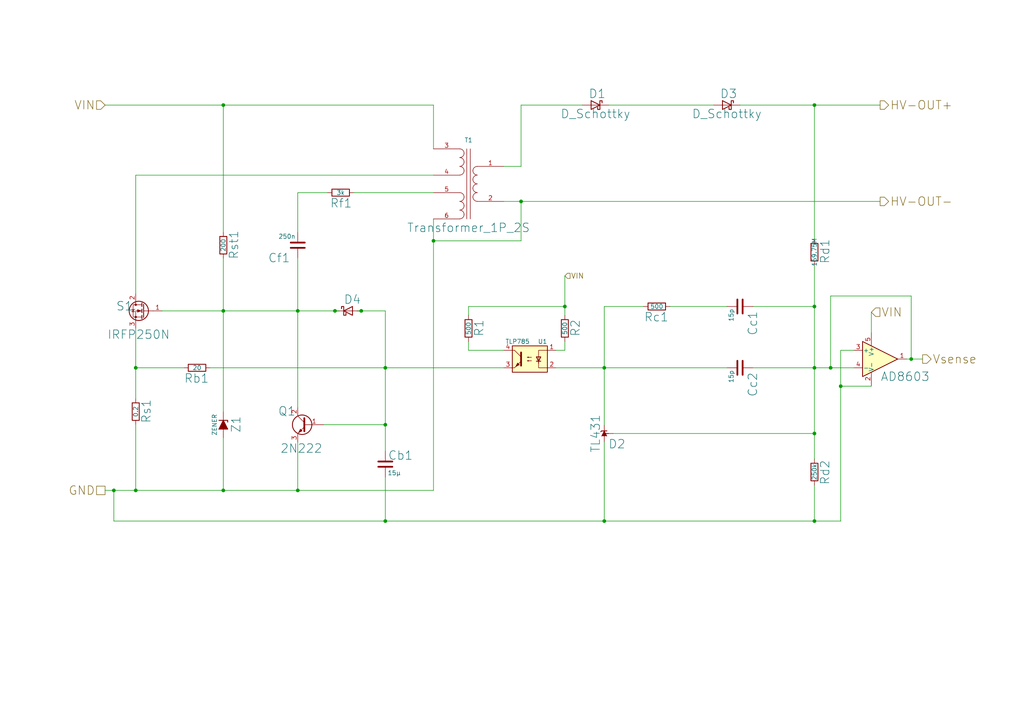
<source format=kicad_sch>
(kicad_sch (version 20231120) (generator "eeschema") (generator_version "8.0")
  (paper "A4")
  (title_block (title "Charging Circuit") (date "2017-05-30") (rev "0.2") (comment 1 "This circuit charges the capacitor."))
  (lib_symbols
    (symbol "Amplifier_Operational:AD8603" (pin_names (offset 0.127))
      (property "Reference" "U" (at 0 5.08 0))
      (property "Value" "AD8603" (at 0 -5.08 0))
      (symbol "AD8603_0_1"
        (polyline (pts (xy -5.08 5.08) (xy 5.08 0) (xy -5.08 -5.08) (xy -5.08 5.08)) (stroke (width 0.254)) (fill (type background)))
        (pin power_in line (at -2.54 -7.62 90) (length 3.81) (name "V-") (number "2"))
        (pin power_in line (at -2.54 7.62 270) (length 3.81) (name "V+") (number "5"))
      )
      (symbol "AD8603_1_1"
        (pin output line (at 7.62 0 180) (length 2.54) (name "~") (number "1"))
        (pin input line (at -7.62 2.54 0) (length 2.54) (name "+") (number "3"))
        (pin input line (at -7.62 -2.54 0) (length 2.54) (name "-") (number "4"))
      )
    )
    (symbol "Device:C" (pin_numbers hide) (pin_names (offset 0.254))
      (property "Reference" "C" (at 0.635 2.54 0))
      (property "Value" "C" (at 0.635 -2.54 0))
      (symbol "C_0_1"
        (polyline (pts (xy -2.032 -0.762) (xy 2.032 -0.762)) (stroke (width 0.508)))
        (polyline (pts (xy -2.032 0.762) (xy 2.032 0.762)) (stroke (width 0.508)))
      )
      (symbol "C_1_1"
        (pin passive line (at 0 3.81 270) (length 2.794) (name "~") (number "1"))
        (pin passive line (at 0 -3.81 90) (length 2.794) (name "~") (number "2"))
      )
    )
    (symbol "Device:D_Schottky" (pin_numbers hide) (pin_names (offset 1.016) hide)
      (property "Reference" "D" (at 0 2.54 0))
      (property "Value" "D_Schottky" (at 0 -2.54 0))
      (symbol "D_Schottky_0_1"
        (polyline (pts (xy 1.27 0) (xy -1.27 0)))
        (polyline (pts (xy 1.27 1.27) (xy 1.27 -1.27) (xy -1.27 0) (xy 1.27 1.27)) (stroke (width 0.254)))
        (polyline (pts (xy -1.905 0.635) (xy -1.905 1.27) (xy -1.27 1.27) (xy -1.27 -1.27) (xy -0.635 -1.27) (xy -0.635 -0.635)) (stroke (width 0.254)))
      )
      (symbol "D_Schottky_1_1"
        (pin passive line (at -3.81 0 0) (length 2.54) (name "K") (number "1"))
        (pin passive line (at 3.81 0 180) (length 2.54) (name "A") (number "2"))
      )
    )
    (symbol "Device:D_Zener_Filled" (pin_numbers hide) (pin_names (offset 1.016) hide)
      (property "Reference" "D" (at 0 2.54 0))
      (property "Value" "D_Zener_Filled" (at 0 -2.54 0))
      (symbol "D_Zener_Filled_0_1"
        (polyline (pts (xy 1.27 0) (xy -1.27 0)))
        (polyline (pts (xy -1.27 -1.27) (xy -1.27 1.27) (xy -0.762 1.27)) (stroke (width 0.254)))
        (polyline (pts (xy 1.27 -1.27) (xy 1.27 1.27) (xy -1.27 0) (xy 1.27 -1.27)) (stroke (width 0.254)) (fill (type outline)))
      )
      (symbol "D_Zener_Filled_1_1"
        (pin passive line (at -3.81 0 0) (length 2.54) (name "K") (number "1"))
        (pin passive line (at 3.81 0 180) (length 2.54) (name "A") (number "2"))
      )
    )
    (symbol "Device:Q_NPN_BCE" (pin_names (offset 0) hide)
      (property "Reference" "Q" (at 5.08 1.27 0))
      (property "Value" "Q_NPN_BCE" (at 5.08 -1.27 0))
      (symbol "Q_NPN_BCE_0_1"
        (polyline (pts (xy 0.635 0.635) (xy 2.54 2.54)))
        (polyline (pts (xy 0.635 -0.635) (xy 2.54 -2.54) (xy 2.54 -2.54)))
        (polyline (pts (xy 0.635 1.905) (xy 0.635 -1.905) (xy 0.635 -1.905)) (stroke (width 0.508)))
        (polyline (pts (xy 1.27 -1.778) (xy 1.778 -1.27) (xy 2.286 -2.286) (xy 1.27 -1.778) (xy 1.27 -1.778)) (fill (type outline)))
        (circle (center 1.27 0) (radius 2.8194) (stroke (width 0.254)))
      )
      (symbol "Q_NPN_BCE_1_1"
        (pin input line (at -5.08 0 0) (length 5.715) (name "B") (number "1"))
        (pin passive line (at 2.54 5.08 270) (length 2.54) (name "C") (number "2"))
        (pin passive line (at 2.54 -5.08 90) (length 2.54) (name "E") (number "3"))
      )
    )
    (symbol "Device:R" (pin_numbers hide) (pin_names (offset 0))
      (property "Reference" "R" (at 2.032 0 90))
      (property "Value" "R" (at 0 0 90))
      (symbol "R_0_1"
        (rectangle (start -1.016 -2.54) (end 1.016 2.54) (stroke (width 0.254)))
      )
      (symbol "R_1_1"
        (pin passive line (at 0 3.81 270) (length 1.27) (name "~") (number "1"))
        (pin passive line (at 0 -3.81 90) (length 1.27) (name "~") (number "2"))
      )
    )
    (symbol "Device:Transformer_1P_2S" (pin_names (offset 1.016) hide)
      (property "Reference" "T" (at 0 12.7 0))
      (property "Value" "Transformer_1P_2S" (at 0 -12.7 0))
      (symbol "Transformer_1P_2S_0_1"
        (arc (start -2.54 -5.0546) (mid -1.6599 -4.6901) (end -1.27 -3.81))
        (arc (start -2.54 -2.5146) (mid -1.6599 -2.1501) (end -1.27 -1.27))
        (arc (start -2.54 0.0254) (mid -1.6599 0.3899) (end -1.27 1.27))
        (arc (start -2.54 2.5654) (mid -1.6599 2.9299) (end -1.27 3.81))
        (arc (start -1.27 -3.81) (mid -1.642 -2.912) (end -2.54 -2.54))
        (arc (start -1.27 -1.27) (mid -1.642 -0.372) (end -2.54 0))
        (arc (start -1.27 1.27) (mid -1.642 2.168) (end -2.54 2.54))
        (arc (start -1.27 3.81) (mid -1.642 4.708) (end -2.54 5.08))
        (polyline (pts (xy -0.508 -10.16) (xy -0.508 10.16)))
        (polyline (pts (xy 0.508 10.16) (xy 0.508 -10.16)))
        (arc (start 1.2954 -8.89) (mid 1.6599 -9.7701) (end 2.54 -10.1346))
        (arc (start 1.2954 -6.35) (mid 1.6599 -7.2301) (end 2.54 -7.5946))
        (arc (start 1.2954 -3.81) (mid 1.6599 -4.6901) (end 2.54 -5.0546))
        (arc (start 1.2954 3.81) (mid 1.6599 2.9299) (end 2.54 2.5654))
        (arc (start 1.2954 6.35) (mid 1.6599 5.4699) (end 2.54 5.1054))
        (arc (start 1.2954 8.89) (mid 1.6599 8.0099) (end 2.54 7.6454))
        (arc (start 2.54 -7.62) (mid 1.642 -7.992) (end 1.2954 -8.89))
        (arc (start 2.54 -5.08) (mid 1.642 -5.452) (end 1.2954 -6.35))
        (arc (start 2.54 -2.54) (mid 1.642 -2.912) (end 1.2954 -3.81))
        (arc (start 2.54 5.08) (mid 1.642 4.708) (end 1.2954 3.81))
        (arc (start 2.54 7.62) (mid 1.642 7.248) (end 1.2954 6.35))
        (arc (start 2.54 10.16) (mid 1.642 9.788) (end 1.2954 8.89))
      )
      (symbol "Transformer_1P_2S_1_1"
        (pin passive line (at -10.16 5.08 0) (length 7.62) (name "AA") (number "1"))
        (pin passive line (at -10.16 -5.08 0) (length 7.62) (name "AB") (number "2"))
        (pin passive line (at 10.16 10.16 180) (length 7.62) (name "SA") (number "3"))
        (pin passive line (at 10.16 2.54 180) (length 7.62) (name "SB") (number "4"))
        (pin passive line (at 10.16 -2.54 180) (length 7.62) (name "SC") (number "5"))
        (pin passive line (at 10.16 -10.16 180) (length 7.62) (name "SD") (number "6"))
      )
    )
    (symbol "Isolator:TLP785" (pin_names (offset 1.016))
      (property "Reference" "U" (at -5.08 5.08 0))
      (property "Value" "TLP785" (at 0 5.08 0))
      (symbol "TLP785_0_1"
        (rectangle (start -5.08 3.81) (end 5.08 -3.81) (stroke (width 0.254)) (fill (type background)))
        (polyline (pts (xy -3.175 -0.635) (xy -1.905 -0.635)) (stroke (width 0.254)))
        (polyline (pts (xy 2.54 0.635) (xy 4.445 2.54)))
        (polyline (pts (xy 4.445 -2.54) (xy 2.54 -0.635)) (fill (type outline)))
        (polyline (pts (xy 4.445 -2.54) (xy 5.08 -2.54)))
        (polyline (pts (xy 4.445 2.54) (xy 5.08 2.54)))
        (polyline (pts (xy -2.54 -0.635) (xy -2.54 -2.54) (xy -5.08 -2.54)))
        (polyline (pts (xy 2.54 1.905) (xy 2.54 -1.905) (xy 2.54 -1.905)) (stroke (width 0.508)))
        (polyline (pts (xy -5.08 2.54) (xy -2.54 2.54) (xy -2.54 -1.27) (xy -2.54 0.635)))
        (polyline (pts (xy -2.54 -0.635) (xy -3.175 0.635) (xy -1.905 0.635) (xy -2.54 -0.635)) (stroke (width 0.254)))
        (polyline (pts (xy -0.508 -0.508) (xy 0.762 -0.508) (xy 0.381 -0.635) (xy 0.381 -0.381) (xy 0.762 -0.508)))
        (polyline (pts (xy -0.508 0.508) (xy 0.762 0.508) (xy 0.381 0.381) (xy 0.381 0.635) (xy 0.762 0.508)))
        (polyline (pts (xy 3.048 -1.651) (xy 3.556 -1.143) (xy 4.064 -2.159) (xy 3.048 -1.651) (xy 3.048 -1.651)) (fill (type outline)))
      )
      (symbol "TLP785_1_1"
        (pin passive line (at -7.62 2.54 0) (length 2.54) (name "~") (number "1"))
        (pin passive line (at -7.62 -2.54 0) (length 2.54) (name "~") (number "2"))
        (pin passive line (at 7.62 -2.54 180) (length 2.54) (name "~") (number "3"))
        (pin passive line (at 7.62 2.54 180) (length 2.54) (name "~") (number "4"))
      )
    )
    (symbol "Reference_Voltage:TL431D" (pin_numbers hide) (pin_names hide)
      (property "Reference" "U" (at 0 -2.54 0))
      (property "Value" "TL431D" (at 0 -4.445 0))
      (symbol "TL431D_0_1"
        (polyline (pts (xy -1.27 0) (xy 0 0) (xy 1.27 0)))
        (polyline (pts (xy -0.762 0.762) (xy 0.762 0) (xy -0.762 -0.762)) (fill (type outline)))
        (polyline (pts (xy 0.508 -1.016) (xy 0.762 -0.762) (xy 0.762 0.762) (xy 0.762 0.762)) (stroke (width 0.254)))
      )
      (symbol "TL431D_1_1"
        (polyline (pts (xy 0 1.27) (xy 0 0)))
        (pin passive line (at 2.54 0 180) (length 2.54) (name "K") (number "1"))
        (pin passive line (at -2.54 0 0) (length 2.54) (name "A") (number "2"))
        (pin passive line (at -2.54 0 0) (length 2.54) hide (name "A") (number "3"))
        (pin passive line (at -2.54 0 0) (length 2.54) hide (name "A") (number "6"))
        (pin passive line (at -2.54 0 0) (length 2.54) hide (name "A") (number "7"))
        (pin passive line (at 0 2.54 270) (length 2.54) (name "REF") (number "8"))
      )
    )
    (symbol "Transistor_FET:IRFP4468PbF" (pin_names hide)
      (property "Reference" "Q" (at 5.08 1.905 0))
      (property "Value" "IRFP4468PbF" (at 5.08 0 0))
      (symbol "IRFP4468PbF_0_1"
        (polyline (pts (xy 0.254 0) (xy -2.54 0)))
        (polyline (pts (xy 0.254 1.905) (xy 0.254 -1.905)) (stroke (width 0.254)))
        (polyline (pts (xy 0.762 -1.27) (xy 0.762 -2.286)) (stroke (width 0.254)))
        (polyline (pts (xy 0.762 0.508) (xy 0.762 -0.508)) (stroke (width 0.254)))
        (polyline (pts (xy 0.762 2.286) (xy 0.762 1.27)) (stroke (width 0.254)))
        (polyline (pts (xy 2.54 2.54) (xy 2.54 1.778)))
        (polyline (pts (xy 2.54 -2.54) (xy 2.54 0) (xy 0.762 0)))
        (polyline (pts (xy 0.762 -1.778) (xy 3.302 -1.778) (xy 3.302 1.778) (xy 0.762 1.778)))
        (polyline (pts (xy 1.016 0) (xy 2.032 0.381) (xy 2.032 -0.381) (xy 1.016 0)) (fill (type outline)))
        (polyline (pts (xy 2.794 0.508) (xy 2.921 0.381) (xy 3.683 0.381) (xy 3.81 0.254)))
        (polyline (pts (xy 3.302 0.381) (xy 2.921 -0.254) (xy 3.683 -0.254) (xy 3.302 0.381)))
        (circle (center 1.651 0) (radius 2.794) (stroke (width 0.254)))
        (circle (center 2.54 -1.778) (radius 0.254) (fill (type outline)))
        (circle (center 2.54 1.778) (radius 0.254) (fill (type outline)))
      )
      (symbol "IRFP4468PbF_1_1"
        (pin input line (at -5.08 0 0) (length 2.54) (name "G") (number "1"))
        (pin passive line (at 2.54 5.08 270) (length 2.54) (name "D") (number "2"))
        (pin passive line (at 2.54 -5.08 90) (length 2.54) (name "S") (number "3"))
      )
    )
  )
  (junction (at 240.919 106.68))
  (junction (at 236.22 88.9))
  (junction (at 97.155 90.17))
  (junction (at 125.73 69.85))
  (junction (at 111.76 151.13))
  (junction (at 104.775 90.17))
  (junction (at 264.287 104.14))
  (junction (at 236.22 125.73))
  (junction (at 111.76 106.68))
  (junction (at 175.26 151.13))
  (junction (at 236.22 30.48))
  (junction (at 111.76 123.19))
  (junction (at 163.83 88.9))
  (junction (at 64.77 30.48))
  (junction (at 175.26 106.68))
  (junction (at 64.77 142.24))
  (junction (at 236.22 151.13))
  (junction (at 151.13 58.42))
  (junction (at 86.36 90.17))
  (junction (at 86.36 142.24))
  (junction (at 33.02 142.24))
  (junction (at 236.22 106.68))
  (junction (at 243.84 112.014))
  (junction (at 39.37 106.68))
  (junction (at 39.37 142.24))
  (junction (at 64.77 90.17))
  (wire (pts (xy 151.13 48.26) (xy 151.13 30.48)))
  (wire (pts (xy 151.13 30.48) (xy 168.91 30.48)))
  (wire (pts (xy 60.96 106.68) (xy 111.76 106.68)))
  (wire (pts (xy 264.287 85.852) (xy 264.287 104.14)))
  (wire (pts (xy 243.84 112.014) (xy 252.73 112.014)))
  (wire (pts (xy 46.99 90.17) (xy 64.77 90.17)))
  (wire (pts (xy 33.02 151.13) (xy 111.76 151.13)))
  (wire (pts (xy 218.44 106.68) (xy 236.22 106.68)))
  (wire (pts (xy 64.77 67.31) (xy 64.77 30.48)))
  (wire (pts (xy 39.37 50.8) (xy 39.37 85.09)))
  (wire (pts (xy 39.37 95.25) (xy 39.37 106.68)))
  (wire (pts (xy 102.616 55.88) (xy 125.73 55.88)))
  (wire (pts (xy 64.77 142.24) (xy 86.36 142.24)))
  (wire (pts (xy 64.77 30.48) (xy 125.73 30.48)))
  (wire (pts (xy 125.73 69.85) (xy 125.73 63.5)))
  (wire (pts (xy 146.05 48.26) (xy 151.13 48.26)))
  (wire (pts (xy 236.22 30.48) (xy 255.27 30.48)))
  (wire (pts (xy 176.53 30.48) (xy 207.01 30.48)))
  (wire (pts (xy 111.76 151.13) (xy 175.26 151.13)))
  (wire (pts (xy 39.37 50.8) (xy 125.73 50.8)))
  (wire (pts (xy 111.76 106.68) (xy 111.76 123.19)))
  (wire (pts (xy 236.22 125.73) (xy 236.22 133.096)))
  (wire (pts (xy 86.36 142.24) (xy 86.36 128.27)))
  (wire (pts (xy 125.73 142.24) (xy 125.73 69.85)))
  (wire (pts (xy 97.155 90.17) (xy 98.425 90.17)))
  (wire (pts (xy 39.37 106.68) (xy 39.37 115.57)))
  (wire (pts (xy 111.76 123.19) (xy 93.98 123.19)))
  (wire (pts (xy 103.505 90.17) (xy 104.775 90.17)))
  (wire (pts (xy 86.36 90.17) (xy 97.155 90.17)))
  (wire (pts (xy 86.36 142.24) (xy 125.73 142.24)))
  (wire (pts (xy 252.73 90.551) (xy 252.73 96.52)))
  (wire (pts (xy 146.05 58.42) (xy 151.13 58.42)))
  (wire (pts (xy 163.83 99.06) (xy 163.83 101.6)))
  (wire (pts (xy 194.31 88.9) (xy 210.82 88.9)))
  (wire (pts (xy 33.02 142.24) (xy 33.02 151.13)))
  (wire (pts (xy 163.83 101.6) (xy 161.29 101.6)))
  (wire (pts (xy 135.89 88.9) (xy 163.83 88.9)))
  (wire (pts (xy 243.84 112.014) (xy 243.84 151.13)))
  (wire (pts (xy 33.02 142.24) (xy 39.37 142.24)))
  (wire (pts (xy 135.89 99.06) (xy 135.89 101.6)))
  (wire (pts (xy 236.22 151.13) (xy 236.22 140.716)))
  (wire (pts (xy 218.44 88.9) (xy 236.22 88.9)))
  (wire (pts (xy 64.77 90.17) (xy 64.77 119.38)))
  (wire (pts (xy 135.89 101.6) (xy 146.05 101.6)))
  (wire (pts (xy 175.26 151.13) (xy 236.22 151.13)))
  (wire (pts (xy 240.919 106.68) (xy 247.65 106.68)))
  (wire (pts (xy 39.37 142.24) (xy 64.77 142.24)))
  (wire (pts (xy 111.76 90.17) (xy 111.76 106.68)))
  (wire (pts (xy 111.76 138.43) (xy 111.76 151.13)))
  (wire (pts (xy 125.73 69.85) (xy 151.13 69.85)))
  (wire (pts (xy 64.77 90.17) (xy 86.36 90.17)))
  (wire (pts (xy 163.83 80.01) (xy 163.83 88.9)))
  (wire (pts (xy 236.22 76.962) (xy 236.22 88.9)))
  (wire (pts (xy 86.36 74.93) (xy 86.36 90.17)))
  (wire (pts (xy 111.76 123.19) (xy 111.76 130.81)))
  (wire (pts (xy 30.48 30.48) (xy 64.77 30.48)))
  (wire (pts (xy 264.287 104.14) (xy 267.589 104.14)))
  (wire (pts (xy 252.73 112.014) (xy 252.73 111.76)))
  (wire (pts (xy 214.63 30.48) (xy 236.22 30.48)))
  (wire (pts (xy 175.26 128.27) (xy 175.26 151.13)))
  (wire (pts (xy 125.73 30.48) (xy 125.73 43.18)))
  (wire (pts (xy 236.22 88.9) (xy 236.22 106.68)))
  (wire (pts (xy 135.89 91.44) (xy 135.89 88.9)))
  (wire (pts (xy 86.36 55.88) (xy 86.36 67.31)))
  (wire (pts (xy 175.26 88.9) (xy 175.26 106.68)))
  (wire (pts (xy 243.84 101.6) (xy 243.84 112.014)))
  (wire (pts (xy 86.36 90.17) (xy 86.36 118.11)))
  (wire (pts (xy 240.919 85.852) (xy 264.287 85.852)))
  (wire (pts (xy 104.775 90.17) (xy 111.76 90.17)))
  (wire (pts (xy 163.83 88.9) (xy 163.83 91.44)))
  (wire (pts (xy 161.29 106.68) (xy 175.26 106.68)))
  (wire (pts (xy 151.13 58.42) (xy 255.27 58.42)))
  (wire (pts (xy 64.77 74.93) (xy 64.77 90.17)))
  (wire (pts (xy 175.26 88.9) (xy 186.69 88.9)))
  (wire (pts (xy 94.996 55.88) (xy 86.36 55.88)))
  (wire (pts (xy 236.22 106.68) (xy 240.919 106.68)))
  (wire (pts (xy 39.37 106.68) (xy 53.34 106.68)))
  (wire (pts (xy 247.65 101.6) (xy 243.84 101.6)))
  (wire (pts (xy 39.37 142.24) (xy 39.37 123.19)))
  (wire (pts (xy 64.77 127) (xy 64.77 142.24)))
  (wire (pts (xy 236.22 151.13) (xy 243.84 151.13)))
  (wire (pts (xy 175.26 106.68) (xy 210.82 106.68)))
  (wire (pts (xy 30.48 142.24) (xy 33.02 142.24)))
  (wire (pts (xy 111.76 106.68) (xy 146.05 106.68)))
  (wire (pts (xy 236.22 30.48) (xy 236.22 69.342)))
  (wire (pts (xy 177.8 125.73) (xy 236.22 125.73)))
  (wire (pts (xy 240.919 106.68) (xy 240.919 85.852)))
  (wire (pts (xy 175.26 106.68) (xy 175.26 123.19)))
  (wire (pts (xy 236.22 106.68) (xy 236.22 125.73)))
  (wire (pts (xy 262.89 104.14) (xy 264.287 104.14)))
  (wire (pts (xy 151.13 69.85) (xy 151.13 58.42)))
  (hierarchical_label "HV-OUT-" (shape output) (at 255.27 58.42 0) (effects (font (size 2.4892 2.4892))))
  (hierarchical_label "VIN" (shape input) (at 252.73 90.551 0) (effects (font (size 2.4892 2.4892))))
  (hierarchical_label "Vsense" (shape output) (at 267.589 104.14 0) (effects (font (size 2.4892 2.4892))))
  (hierarchical_label "VIN" (shape input) (at 30.48 30.48 180) (effects (font (size 2.4892 2.4892))))
  (hierarchical_label "VIN" (shape input) (at 163.83 80.01 0) (effects (font (size 1.524 1.524))))
  (hierarchical_label "HV-OUT+" (shape output) (at 255.27 30.48 0) (effects (font (size 2.4892 2.4892))))
  (hierarchical_label "GND" (shape passive) (at 30.48 142.24 180) (effects (font (size 2.4892 2.4892))))
  (symbol (lib_id "Device:R") (at 64.77 71.12 0) (unit 1)
    (property "Reference" "Rst1" (at 67.818 70.993 90) (effects (font (size 2.4892 2.4892))))
    (property "Value" "200" (at 64.77 71.12 90))
  )
  (symbol (lib_id "Device:Transformer_1P_2S") (at 135.89 53.34 0) (mirror y) (unit 1)
    (property "Reference" "T1" (at 135.89 40.64 0))
    (property "Value" "Transformer_1P_2S" (at 135.89 66.04 0) (effects (font (size 2.4892 2.4892))))
  )
  (symbol (lib_id "Device:Q_NPN_BCE") (at 88.9 123.19 0) (mirror y) (unit 1)
    (property "Reference" "Q1" (at 80.518 119.253 0) (effects (font (size 2.4892 2.4892)) (justify right)))
    (property "Value" "2N222" (at 81.153 130.048 0) (effects (font (size 2.4892 2.4892)) (justify right)))
    (property "Description" "NPN transistor, base/collector/emitter" (effects (hide yes)))
  )
  (symbol (lib_id "Transistor_FET:IRFP4468PbF") (at 41.91 90.17 0) (mirror y) (unit 1)
    (property "Reference" "S1" (at 33.528 88.773 0) (effects (font (size 2.4892 2.4892)) (justify right)))
    (property "Value" "IRFP250N" (at 30.988 97.028 0) (effects (font (size 2.4892 2.4892)) (justify right)))
    (property "Footprint" "Package_TO_SOT_THT:TO-247-3_Vertical" (effects (hide yes)))
    (property "Datasheet" "https://www.infineon.com/dgdl/irfp4468pbf.pdf?fileId=5546d462533600a40153562c73472019" (effects (hide yes)))
    (property "Description" "195A Id, 100V Vds, N-Channel Power MOSFET, TO-247" (effects (hide yes)))
  )
  (symbol (lib_id "Device:R") (at 39.37 119.38 0) (unit 1)
    (property "Reference" "Rs1" (at 42.418 119.253 90) (effects (font (size 2.4892 2.4892))))
    (property "Value" "0.2" (at 39.37 119.38 90))
  )
  (symbol (lib_id "Device:R") (at 57.15 106.68 270) (unit 1)
    (property "Reference" "Rb1" (at 57.023 109.728 90) (effects (font (size 2.4892 2.4892))))
    (property "Value" "20" (at 57.15 106.68 90))
  )
  (symbol (lib_id "Device:C") (at 111.76 134.62 0) (unit 1)
    (property "Reference" "Cb1" (at 112.395 132.08 0) (effects (font (size 2.4892 2.4892)) (justify left)))
    (property "Value" "15µ" (at 112.395 137.16 0) (effects (justify left)))
  )
  (symbol (lib_id "Device:D_Zener_Filled") (at 64.77 123.19 270) (unit 1)
    (property "Reference" "Z1" (at 68.453 123.063 0) (effects (font (size 2.4892 2.4892))))
    (property "Value" "ZENER" (at 62.23 123.19 0))
    (property "Description" "Zener diode, filled shape" (effects (hide yes)))
  )
  (symbol (lib_id "Device:R") (at 98.806 55.88 270) (unit 1)
    (property "Reference" "Rf1" (at 98.933 58.928 90) (effects (font (size 2.4892 2.4892))))
    (property "Value" "3k" (at 98.806 55.88 90))
  )
  (symbol (lib_id "Device:C") (at 86.36 71.12 180) (unit 1)
    (property "Reference" "Cf1" (at 84.328 74.803 0) (effects (font (size 2.4892 2.4892)) (justify left)))
    (property "Value" "250n" (at 85.725 68.58 0) (effects (justify left)))
  )
  (symbol (lib_id "Isolator:TLP785") (at 153.67 104.14 0) (mirror y) (unit 1)
    (property "Reference" "U1" (at 158.75 99.06 0) (effects (justify left)))
    (property "Value" "TLP785" (at 153.67 99.06 0) (effects (justify left)))
    (property "Footprint" "Package_DIP:DIP-4_W7.62mm" (effects (hide yes)))
    (property "Datasheet" "https://toshiba.semicon-storage.com/info/docget.jsp?did=10569&prodName=TLP785" (effects (hide yes)))
    (property "Description" "DC Optocoupler, Vce 80V, CTR 50-200%, DIP4" (effects (hide yes)))
  )
  (symbol (lib_id "Device:D_Schottky") (at 172.72 30.48 0) (mirror y) (unit 1)
    (property "Reference" "D1" (at 173.228 27.178 0) (effects (font (size 2.4892 2.4892))))
    (property "Value" "D_Schottky" (at 172.72 33.02 0) (effects (font (size 2.4892 2.4892))))
    (property "Description" "Schottky diode" (effects (hide yes)))
  )
  (symbol (lib_id "Device:D_Schottky") (at 210.82 30.48 0) (mirror y) (unit 1)
    (property "Reference" "D3" (at 211.328 27.178 0) (effects (font (size 2.4892 2.4892))))
    (property "Value" "D_Schottky" (at 210.82 33.02 0) (effects (font (size 2.4892 2.4892))))
    (property "Description" "Schottky diode" (effects (hide yes)))
  )
  (symbol (lib_id "Device:R") (at 236.22 73.152 0) (unit 1)
    (property "Reference" "Rd1" (at 239.268 72.898 90) (effects (font (size 2.4892 2.4892))))
    (property "Value" "169.75M" (at 236.22 73.152 90))
  )
  (symbol (lib_id "Device:R") (at 236.22 136.906 0) (unit 1)
    (property "Reference" "Rd2" (at 239.268 137.033 90) (effects (font (size 2.4892 2.4892))))
    (property "Value" "250k" (at 236.22 136.906 90))
  )
  (symbol (lib_id "Device:C") (at 214.63 106.68 270) (unit 1)
    (property "Reference" "Cc2" (at 218.313 107.823 0) (effects (font (size 2.4892 2.4892)) (justify left)))
    (property "Value" "15p" (at 212.09 107.315 0) (effects (justify left)))
  )
  (symbol (lib_id "Device:C") (at 214.63 88.9 270) (unit 1)
    (property "Reference" "Cc1" (at 218.313 90.043 0) (effects (font (size 2.4892 2.4892)) (justify left)))
    (property "Value" "15p" (at 212.09 89.535 0) (effects (justify left)))
  )
  (symbol (lib_id "Device:R") (at 190.5 88.9 270) (unit 1)
    (property "Reference" "Rc1" (at 190.373 91.948 90) (effects (font (size 2.4892 2.4892))))
    (property "Value" "500" (at 190.5 88.9 90))
  )
  (symbol (lib_id "Device:R") (at 135.89 95.25 0) (unit 1)
    (property "Reference" "R1" (at 138.938 95.123 90) (effects (font (size 2.4892 2.4892))))
    (property "Value" "500" (at 135.89 95.25 90))
  )
  (symbol (lib_id "Device:R") (at 163.83 95.25 0) (unit 1)
    (property "Reference" "R2" (at 166.878 95.123 90) (effects (font (size 2.4892 2.4892))))
    (property "Value" "500" (at 163.83 95.25 90))
  )
  (symbol (lib_id "Reference_Voltage:TL431D") (at 175.26 125.73 270) (mirror x) (unit 1)
    (property "Reference" "D2" (at 178.943 128.778 90) (effects (font (size 2.4892 2.4892))))
    (property "Value" "TL431" (at 172.72 125.73 0) (effects (font (size 2.4892 2.4892))))
    (property "Footprint" "Package_SO:SOIC-8_3.9x4.9mm_P1.27mm" (effects (hide yes)))
    (property "Datasheet" "http://www.ti.com/lit/ds/symlink/tl431.pdf" (effects (hide yes)))
    (property "Description" "Shunt Regulator, SO-8" (effects (hide yes)))
  )
  (symbol (lib_id "Amplifier_Operational:AD8603") (at 255.27 104.14 0) (unit 1)
    (property "Reference" "U16" (effects (hide yes)))
    (property "Value" "AD8603" (at 255.27 109.22 0) (effects (font (size 2.4892 2.4892)) (justify left)))
    (property "Footprint" "Package_TO_SOT_SMD:TSOT-23-5" (effects (hide yes)))
    (property "Datasheet" "https://www.analog.com/media/en/technical-documentation/data-sheets/AD8603_8607_8609.pdf" (effects (hide yes)))
    (property "Description" "Precision Micropower, Low Noise CMOS, Rail-to-Rail Input/Output Operational Amplifier, TSOT-23-5" (effects (hide yes)))
  )
  (symbol (lib_id "Device:D_Schottky") (at 100.965 90.17 0) (unit 1)
    (property "Reference" "D4" (at 99.568 86.868 0) (effects (font (size 2.4892 2.4892)) (justify left)))
    (property "Value" "D_Schottky_Small" (effects (hide yes)))
    (property "Description" "Schottky diode" (effects (hide yes)))
  )
)
</source>
